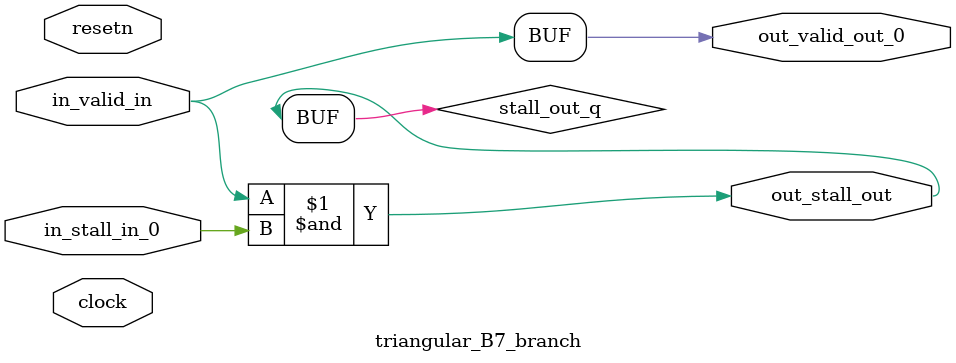
<source format=sv>



(* altera_attribute = "-name AUTO_SHIFT_REGISTER_RECOGNITION OFF; -name MESSAGE_DISABLE 10036; -name MESSAGE_DISABLE 10037; -name MESSAGE_DISABLE 14130; -name MESSAGE_DISABLE 14320; -name MESSAGE_DISABLE 15400; -name MESSAGE_DISABLE 14130; -name MESSAGE_DISABLE 10036; -name MESSAGE_DISABLE 12020; -name MESSAGE_DISABLE 12030; -name MESSAGE_DISABLE 12010; -name MESSAGE_DISABLE 12110; -name MESSAGE_DISABLE 14320; -name MESSAGE_DISABLE 13410; -name MESSAGE_DISABLE 113007; -name MESSAGE_DISABLE 10958" *)
module triangular_B7_branch (
    input wire [0:0] in_stall_in_0,
    input wire [0:0] in_valid_in,
    output wire [0:0] out_stall_out,
    output wire [0:0] out_valid_out_0,
    input wire clock,
    input wire resetn
    );

    wire [0:0] stall_out_q;


    // stall_out(LOGICAL,6)
    assign stall_out_q = in_valid_in & in_stall_in_0;

    // out_stall_out(GPOUT,4)
    assign out_stall_out = stall_out_q;

    // out_valid_out_0(GPOUT,5)
    assign out_valid_out_0 = in_valid_in;

endmodule

</source>
